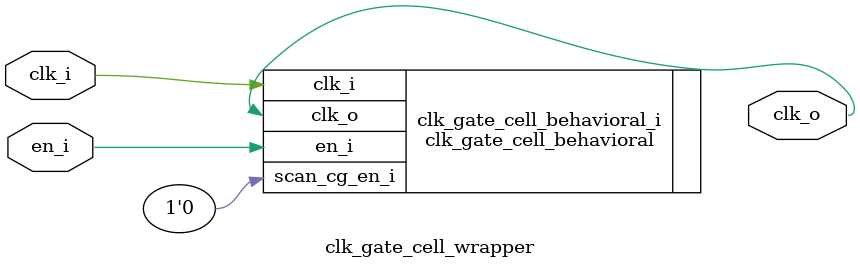
<source format=sv>

`include "VX_define.vh"

module clk_gate_cell_wrapper
(
    input  logic clk_i,
    input  logic en_i,
    output logic clk_o
);

    clk_gate_cell_behavioral clk_gate_cell_behavioral_i (
        .clk_i        (clk_i),
        .en_i         (en_i),
        .scan_cg_en_i (1'b0),
        .clk_o        (clk_o)
    );

endmodule

</source>
